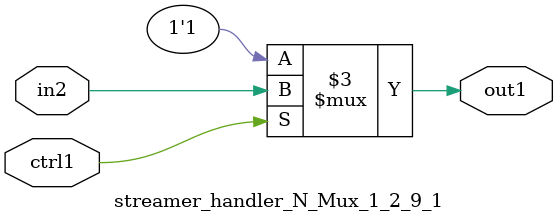
<source format=v>

`timescale 1ps / 1ps


module streamer_handler_N_Mux_1_2_9_1( in2, ctrl1, out1 );

    input in2;
    input ctrl1;
    output out1;
    reg out1;

    
    // rtl_process:streamer_handler_N_Mux_1_2_9_1/streamer_handler_N_Mux_1_2_9_1_thread_1
    always @*
      begin : streamer_handler_N_Mux_1_2_9_1_thread_1
        case (ctrl1) 
          1'b1: 
            begin
              out1 = in2;
            end
          default: 
            begin
              out1 = 1'b1;
            end
        endcase
      end

endmodule


</source>
